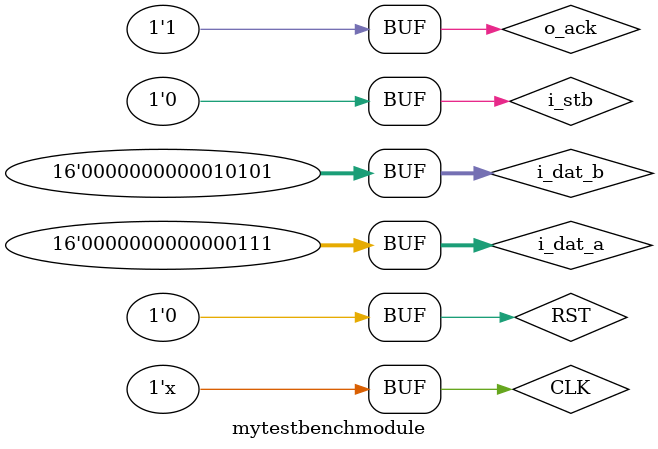
<source format=v>
module mytestbenchmodule();

reg CLK;
initial CLK  <= 0;
always #50  CLK <= ~CLK;
	
reg RST;
initial 
begin
	RST <= 0;
	RST <= #100 1;
	RST <= #500 0;
end	  
	
reg [15:0] i_dat_a;	  
reg [15:0] i_dat_b;
reg i_stb;	 
reg o_ack;

initial 
begin		  
	o_ack <= 0;
	i_stb <= 0;
	#1051;	
	i_dat_a <= 15;	 
	i_dat_b <= 22;
	i_stb <= 1;
	#100;	  
	i_stb <= 0;
	#4000;
	o_ack <= 1;
	#101;
	i_dat_a <= 7;
	i_dat_b <= 21;
	i_stb <= 1;
	#100;
	i_stb <= 0;
	
end	  

adder 
#(
.A_WIDTH(16), 
.B_WIDTH(16)
)  
adder1 
( 
.CLK(CLK),
.RST(RST),

.I_DAT_A(i_dat_a), 
.I_DAT_B(i_dat_b),
.I_STB(i_stb),
.I_ACK(),

.O_DAT(), 
.O_STB(),
.O_ACK(o_ack)
);



multiplier
#(
.A_WIDTH(16), 
.B_WIDTH(16)
)  
multiplier1 
( 
.CLK(CLK),
.RST(RST),

.I_DAT_A(i_dat_a), 
.I_DAT_B(i_dat_b),
.I_STB(i_stb),
.I_ACK(),

.O_DAT(), 
.O_STB(),
.O_ACK(o_ack)
);

endmodule	

</source>
